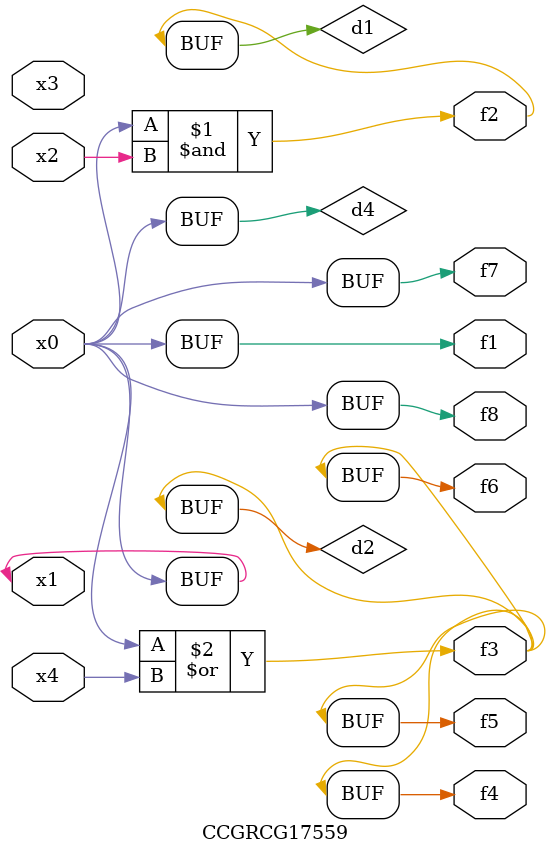
<source format=v>
module CCGRCG17559(
	input x0, x1, x2, x3, x4,
	output f1, f2, f3, f4, f5, f6, f7, f8
);

	wire d1, d2, d3, d4;

	and (d1, x0, x2);
	or (d2, x0, x4);
	nand (d3, x0, x2);
	buf (d4, x0, x1);
	assign f1 = d4;
	assign f2 = d1;
	assign f3 = d2;
	assign f4 = d2;
	assign f5 = d2;
	assign f6 = d2;
	assign f7 = d4;
	assign f8 = d4;
endmodule

</source>
